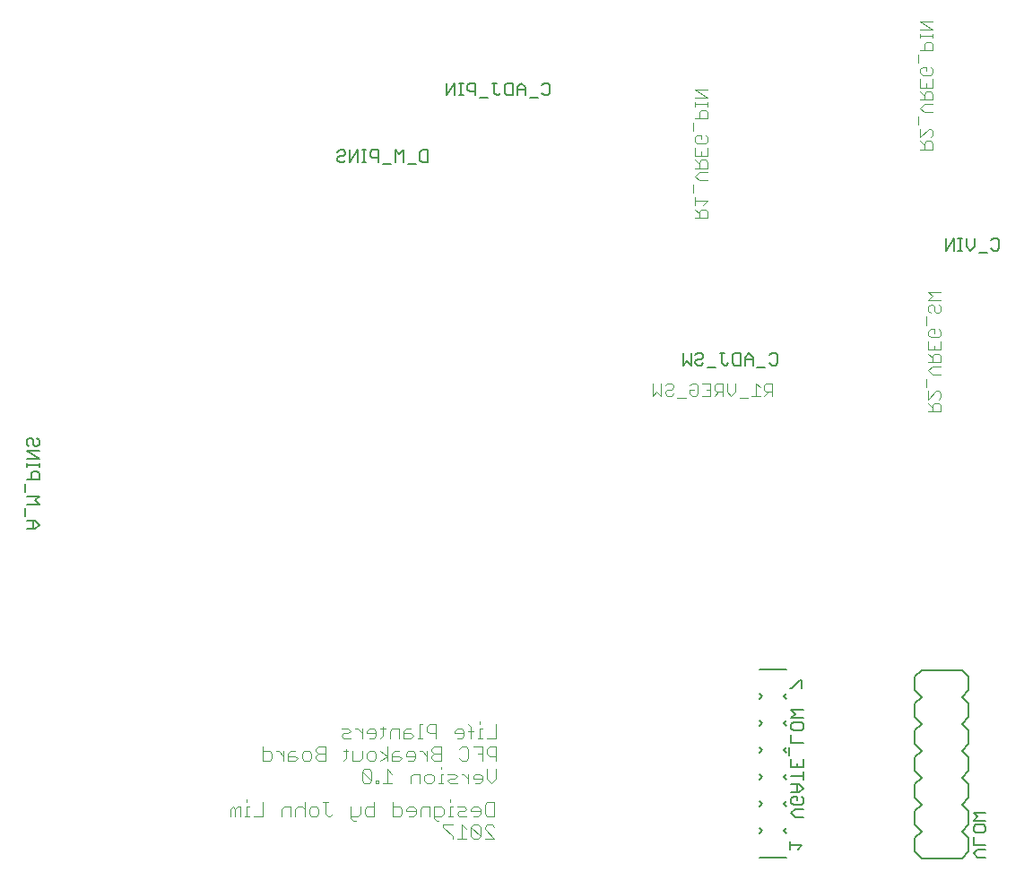
<source format=gbo>
G75*
%MOIN*%
%OFA0B0*%
%FSLAX25Y25*%
%IPPOS*%
%LPD*%
%AMOC8*
5,1,8,0,0,1.08239X$1,22.5*
%
%ADD10C,0.00400*%
%ADD11C,0.00500*%
%ADD12C,0.00600*%
D10*
X0119785Y0033554D02*
X0119785Y0036156D01*
X0120653Y0037023D01*
X0121520Y0036156D01*
X0121520Y0033554D01*
X0123255Y0033554D02*
X0123255Y0037023D01*
X0122387Y0037023D01*
X0121520Y0036156D01*
X0124958Y0033554D02*
X0126692Y0033554D01*
X0125825Y0033554D02*
X0125825Y0037023D01*
X0126692Y0037023D01*
X0125825Y0038758D02*
X0125825Y0039625D01*
X0131849Y0038758D02*
X0131849Y0033554D01*
X0128379Y0033554D01*
X0138692Y0033554D02*
X0138692Y0036156D01*
X0139559Y0037023D01*
X0142162Y0037023D01*
X0142162Y0033554D01*
X0143848Y0033554D02*
X0143848Y0036156D01*
X0144716Y0037023D01*
X0146451Y0037023D01*
X0147318Y0036156D01*
X0149005Y0036156D02*
X0149872Y0037023D01*
X0151607Y0037023D01*
X0152474Y0036156D01*
X0152474Y0034421D01*
X0151607Y0033554D01*
X0149872Y0033554D01*
X0149005Y0034421D01*
X0149005Y0036156D01*
X0147318Y0038758D02*
X0147318Y0033554D01*
X0155029Y0034421D02*
X0155029Y0038758D01*
X0155896Y0038758D02*
X0154161Y0038758D01*
X0155029Y0034421D02*
X0155896Y0033554D01*
X0156763Y0033554D01*
X0157631Y0034421D01*
X0164474Y0033554D02*
X0167076Y0033554D01*
X0167944Y0034421D01*
X0167944Y0037023D01*
X0169630Y0036156D02*
X0170498Y0037023D01*
X0173100Y0037023D01*
X0173100Y0038758D02*
X0173100Y0033554D01*
X0170498Y0033554D01*
X0169630Y0034421D01*
X0169630Y0036156D01*
X0164474Y0037023D02*
X0164474Y0032686D01*
X0165341Y0031819D01*
X0166209Y0031819D01*
X0179943Y0033554D02*
X0182545Y0033554D01*
X0183413Y0034421D01*
X0183413Y0036156D01*
X0182545Y0037023D01*
X0179943Y0037023D01*
X0179943Y0038758D02*
X0179943Y0033554D01*
X0185100Y0035288D02*
X0188569Y0035288D01*
X0188569Y0034421D02*
X0188569Y0036156D01*
X0187702Y0037023D01*
X0185967Y0037023D01*
X0185100Y0036156D01*
X0185100Y0035288D01*
X0185967Y0033554D02*
X0187702Y0033554D01*
X0188569Y0034421D01*
X0190256Y0033554D02*
X0190256Y0036156D01*
X0191123Y0037023D01*
X0193726Y0037023D01*
X0193726Y0033554D01*
X0195412Y0033554D02*
X0198015Y0033554D01*
X0198882Y0034421D01*
X0198882Y0036156D01*
X0198015Y0037023D01*
X0195412Y0037023D01*
X0195412Y0032686D01*
X0196280Y0031819D01*
X0197147Y0031819D01*
X0198850Y0030358D02*
X0198850Y0029491D01*
X0202320Y0026021D01*
X0202320Y0025154D01*
X0204006Y0025154D02*
X0207476Y0025154D01*
X0205741Y0025154D02*
X0205741Y0030358D01*
X0207476Y0028623D01*
X0209163Y0029491D02*
X0212632Y0026021D01*
X0211765Y0025154D01*
X0210030Y0025154D01*
X0209163Y0026021D01*
X0209163Y0029491D01*
X0210030Y0030358D01*
X0211765Y0030358D01*
X0212632Y0029491D01*
X0212632Y0026021D01*
X0214319Y0025154D02*
X0217789Y0025154D01*
X0214319Y0028623D01*
X0214319Y0029491D01*
X0215187Y0030358D01*
X0216921Y0030358D01*
X0217789Y0029491D01*
X0217789Y0033554D02*
X0215187Y0033554D01*
X0214319Y0034421D01*
X0214319Y0037891D01*
X0215187Y0038758D01*
X0217789Y0038758D01*
X0217789Y0033554D01*
X0212632Y0034421D02*
X0212632Y0036156D01*
X0211765Y0037023D01*
X0210030Y0037023D01*
X0209163Y0036156D01*
X0209163Y0035288D01*
X0212632Y0035288D01*
X0212632Y0034421D02*
X0211765Y0033554D01*
X0210030Y0033554D01*
X0207476Y0033554D02*
X0204874Y0033554D01*
X0204006Y0034421D01*
X0204874Y0035288D01*
X0206609Y0035288D01*
X0207476Y0036156D01*
X0206609Y0037023D01*
X0204006Y0037023D01*
X0202320Y0037023D02*
X0201452Y0037023D01*
X0201452Y0033554D01*
X0200585Y0033554D02*
X0202320Y0033554D01*
X0202320Y0030358D02*
X0198850Y0030358D01*
X0201452Y0038758D02*
X0201452Y0039625D01*
X0201297Y0045732D02*
X0200429Y0046600D01*
X0201297Y0047467D01*
X0203032Y0047467D01*
X0203899Y0048334D01*
X0203032Y0049202D01*
X0200429Y0049202D01*
X0198743Y0049202D02*
X0197875Y0049202D01*
X0197875Y0045732D01*
X0197008Y0045732D02*
X0198743Y0045732D01*
X0201297Y0045732D02*
X0203899Y0045732D01*
X0205594Y0049202D02*
X0206461Y0049202D01*
X0208196Y0047467D01*
X0209883Y0047467D02*
X0213352Y0047467D01*
X0213352Y0048334D02*
X0212485Y0049202D01*
X0210750Y0049202D01*
X0209883Y0048334D01*
X0209883Y0047467D01*
X0210750Y0045732D02*
X0212485Y0045732D01*
X0213352Y0046600D01*
X0213352Y0048334D01*
X0215039Y0047467D02*
X0215039Y0050937D01*
X0218509Y0050937D02*
X0218509Y0047467D01*
X0216774Y0045732D01*
X0215039Y0047467D01*
X0213352Y0054132D02*
X0213352Y0059337D01*
X0209883Y0059337D01*
X0208196Y0058469D02*
X0208196Y0055000D01*
X0207329Y0054132D01*
X0205594Y0054132D01*
X0204726Y0055000D01*
X0204726Y0058469D02*
X0205594Y0059337D01*
X0207329Y0059337D01*
X0208196Y0058469D01*
X0211618Y0056734D02*
X0213352Y0056734D01*
X0215039Y0056734D02*
X0215907Y0055867D01*
X0218509Y0055867D01*
X0218509Y0054132D02*
X0218509Y0059337D01*
X0215907Y0059337D01*
X0215039Y0058469D01*
X0215039Y0056734D01*
X0215039Y0062532D02*
X0218509Y0062532D01*
X0218509Y0067737D01*
X0213352Y0066002D02*
X0212485Y0066002D01*
X0212485Y0062532D01*
X0213352Y0062532D02*
X0211618Y0062532D01*
X0209047Y0062532D02*
X0209047Y0066869D01*
X0208180Y0067737D01*
X0208180Y0065134D02*
X0209915Y0065134D01*
X0206477Y0065134D02*
X0205610Y0066002D01*
X0203875Y0066002D01*
X0203008Y0065134D01*
X0203008Y0064267D01*
X0206477Y0064267D01*
X0206477Y0063400D02*
X0206477Y0065134D01*
X0206477Y0063400D02*
X0205610Y0062532D01*
X0203875Y0062532D01*
X0197883Y0059337D02*
X0195281Y0059337D01*
X0194414Y0058469D01*
X0194414Y0057602D01*
X0195281Y0056734D01*
X0197883Y0056734D01*
X0197883Y0054132D02*
X0195281Y0054132D01*
X0194414Y0055000D01*
X0194414Y0055867D01*
X0195281Y0056734D01*
X0192727Y0055867D02*
X0190992Y0057602D01*
X0190125Y0057602D01*
X0188430Y0056734D02*
X0188430Y0055000D01*
X0187562Y0054132D01*
X0185828Y0054132D01*
X0184960Y0055867D02*
X0188430Y0055867D01*
X0188430Y0056734D02*
X0187562Y0057602D01*
X0185828Y0057602D01*
X0184960Y0056734D01*
X0184960Y0055867D01*
X0183273Y0055000D02*
X0182406Y0055867D01*
X0179804Y0055867D01*
X0179804Y0056734D02*
X0179804Y0054132D01*
X0182406Y0054132D01*
X0183273Y0055000D01*
X0182406Y0057602D02*
X0180671Y0057602D01*
X0179804Y0056734D01*
X0178117Y0055867D02*
X0175515Y0054132D01*
X0173820Y0055000D02*
X0173820Y0056734D01*
X0172953Y0057602D01*
X0171218Y0057602D01*
X0170350Y0056734D01*
X0170350Y0055000D01*
X0171218Y0054132D01*
X0172953Y0054132D01*
X0173820Y0055000D01*
X0175515Y0057602D02*
X0178117Y0055867D01*
X0178117Y0054132D02*
X0178117Y0059337D01*
X0178944Y0062532D02*
X0178944Y0065134D01*
X0179812Y0066002D01*
X0182414Y0066002D01*
X0182414Y0062532D01*
X0184101Y0062532D02*
X0186703Y0062532D01*
X0187570Y0063400D01*
X0186703Y0064267D01*
X0184101Y0064267D01*
X0184101Y0065134D02*
X0184101Y0062532D01*
X0184101Y0065134D02*
X0184968Y0066002D01*
X0186703Y0066002D01*
X0190141Y0067737D02*
X0190141Y0062532D01*
X0191008Y0062532D02*
X0189273Y0062532D01*
X0192695Y0065134D02*
X0193562Y0064267D01*
X0196164Y0064267D01*
X0196164Y0062532D02*
X0196164Y0067737D01*
X0193562Y0067737D01*
X0192695Y0066869D01*
X0192695Y0065134D01*
X0191008Y0067737D02*
X0190141Y0067737D01*
X0197883Y0059337D02*
X0197883Y0054132D01*
X0197875Y0051804D02*
X0197875Y0050937D01*
X0195305Y0048334D02*
X0195305Y0046600D01*
X0194438Y0045732D01*
X0192703Y0045732D01*
X0191835Y0046600D01*
X0191835Y0048334D01*
X0192703Y0049202D01*
X0194438Y0049202D01*
X0195305Y0048334D01*
X0190149Y0049202D02*
X0187546Y0049202D01*
X0186679Y0048334D01*
X0186679Y0045732D01*
X0190149Y0045732D02*
X0190149Y0049202D01*
X0192727Y0054132D02*
X0192727Y0057602D01*
X0179836Y0049202D02*
X0178101Y0050937D01*
X0178101Y0045732D01*
X0179836Y0045732D02*
X0176366Y0045732D01*
X0174679Y0045732D02*
X0173812Y0045732D01*
X0173812Y0046600D01*
X0174679Y0046600D01*
X0174679Y0045732D01*
X0172101Y0046600D02*
X0168632Y0050069D01*
X0168632Y0046600D01*
X0169499Y0045732D01*
X0171234Y0045732D01*
X0172101Y0046600D01*
X0172101Y0050069D01*
X0171234Y0050937D01*
X0169499Y0050937D01*
X0168632Y0050069D01*
X0167796Y0054132D02*
X0165194Y0054132D01*
X0165194Y0057602D01*
X0163507Y0057602D02*
X0161772Y0057602D01*
X0162640Y0058469D02*
X0162640Y0055000D01*
X0161772Y0054132D01*
X0167796Y0054132D02*
X0168664Y0055000D01*
X0168664Y0057602D01*
X0168664Y0062532D02*
X0168664Y0066002D01*
X0168664Y0064267D02*
X0166929Y0066002D01*
X0166061Y0066002D01*
X0164367Y0065134D02*
X0163499Y0066002D01*
X0160897Y0066002D01*
X0161764Y0064267D02*
X0163499Y0064267D01*
X0164367Y0065134D01*
X0164367Y0062532D02*
X0161764Y0062532D01*
X0160897Y0063400D01*
X0161764Y0064267D01*
X0154913Y0059337D02*
X0152311Y0059337D01*
X0151444Y0058469D01*
X0151444Y0057602D01*
X0152311Y0056734D01*
X0154913Y0056734D01*
X0154913Y0054132D02*
X0152311Y0054132D01*
X0151444Y0055000D01*
X0151444Y0055867D01*
X0152311Y0056734D01*
X0149757Y0056734D02*
X0149757Y0055000D01*
X0148889Y0054132D01*
X0147155Y0054132D01*
X0146287Y0055000D01*
X0146287Y0056734D01*
X0147155Y0057602D01*
X0148889Y0057602D01*
X0149757Y0056734D01*
X0144600Y0055000D02*
X0143733Y0055867D01*
X0141131Y0055867D01*
X0141131Y0056734D02*
X0141131Y0054132D01*
X0143733Y0054132D01*
X0144600Y0055000D01*
X0143733Y0057602D02*
X0141998Y0057602D01*
X0141131Y0056734D01*
X0139444Y0055867D02*
X0137709Y0057602D01*
X0136842Y0057602D01*
X0135147Y0056734D02*
X0134280Y0057602D01*
X0131677Y0057602D01*
X0131677Y0059337D02*
X0131677Y0054132D01*
X0134280Y0054132D01*
X0135147Y0055000D01*
X0135147Y0056734D01*
X0139444Y0057602D02*
X0139444Y0054132D01*
X0154913Y0054132D02*
X0154913Y0059337D01*
X0170350Y0064267D02*
X0173820Y0064267D01*
X0173820Y0065134D02*
X0172953Y0066002D01*
X0171218Y0066002D01*
X0170350Y0065134D01*
X0170350Y0064267D01*
X0171218Y0062532D02*
X0172953Y0062532D01*
X0173820Y0063400D01*
X0173820Y0065134D01*
X0175523Y0066002D02*
X0177258Y0066002D01*
X0176390Y0066869D02*
X0176390Y0063400D01*
X0175523Y0062532D01*
X0208196Y0049202D02*
X0208196Y0045732D01*
X0212485Y0067737D02*
X0212485Y0068604D01*
X0379129Y0183953D02*
X0383733Y0183953D01*
X0383733Y0186255D01*
X0382966Y0187022D01*
X0381431Y0187022D01*
X0380664Y0186255D01*
X0380664Y0183953D01*
X0380664Y0185487D02*
X0379129Y0187022D01*
X0379129Y0188557D02*
X0382198Y0191626D01*
X0382966Y0191626D01*
X0383733Y0190859D01*
X0383733Y0189324D01*
X0382966Y0188557D01*
X0379129Y0188557D02*
X0379129Y0191626D01*
X0378362Y0193161D02*
X0378362Y0196230D01*
X0380664Y0197765D02*
X0379129Y0199299D01*
X0380664Y0200834D01*
X0383733Y0200834D01*
X0383733Y0202368D02*
X0379129Y0202368D01*
X0380664Y0202368D02*
X0380664Y0204670D01*
X0381431Y0205438D01*
X0382966Y0205438D01*
X0383733Y0204670D01*
X0383733Y0202368D01*
X0380664Y0203903D02*
X0379129Y0205438D01*
X0379129Y0206972D02*
X0379129Y0210042D01*
X0379896Y0211576D02*
X0379129Y0212344D01*
X0379129Y0213878D01*
X0379896Y0214646D01*
X0381431Y0214646D01*
X0381431Y0213111D01*
X0382966Y0214646D02*
X0383733Y0213878D01*
X0383733Y0212344D01*
X0382966Y0211576D01*
X0379896Y0211576D01*
X0381431Y0208507D02*
X0381431Y0206972D01*
X0383733Y0206972D02*
X0379129Y0206972D01*
X0383733Y0206972D02*
X0383733Y0210042D01*
X0378362Y0216180D02*
X0378362Y0219250D01*
X0379896Y0220784D02*
X0379129Y0221551D01*
X0379129Y0223086D01*
X0379896Y0223853D01*
X0380664Y0223853D01*
X0381431Y0223086D01*
X0381431Y0221551D01*
X0382198Y0220784D01*
X0382966Y0220784D01*
X0383733Y0221551D01*
X0383733Y0223086D01*
X0382966Y0223853D01*
X0383733Y0225388D02*
X0379129Y0225388D01*
X0380664Y0226923D01*
X0379129Y0228457D01*
X0383733Y0228457D01*
X0383733Y0197765D02*
X0380664Y0197765D01*
X0321155Y0194502D02*
X0321155Y0189898D01*
X0321155Y0191432D02*
X0318853Y0191432D01*
X0318086Y0192200D01*
X0318086Y0193734D01*
X0318853Y0194502D01*
X0321155Y0194502D01*
X0319620Y0191432D02*
X0318086Y0189898D01*
X0316551Y0189898D02*
X0313482Y0189898D01*
X0315016Y0189898D02*
X0315016Y0194502D01*
X0316551Y0192967D01*
X0311947Y0189130D02*
X0308878Y0189130D01*
X0307343Y0191432D02*
X0305809Y0189898D01*
X0304274Y0191432D01*
X0304274Y0194502D01*
X0302739Y0194502D02*
X0300437Y0194502D01*
X0299670Y0193734D01*
X0299670Y0192200D01*
X0300437Y0191432D01*
X0302739Y0191432D01*
X0301205Y0191432D02*
X0299670Y0189898D01*
X0298135Y0189898D02*
X0298135Y0194502D01*
X0295066Y0194502D01*
X0293531Y0193734D02*
X0293531Y0190665D01*
X0292764Y0189898D01*
X0291229Y0189898D01*
X0290462Y0190665D01*
X0290462Y0192200D01*
X0291997Y0192200D01*
X0293531Y0193734D02*
X0292764Y0194502D01*
X0291229Y0194502D01*
X0290462Y0193734D01*
X0288928Y0189130D02*
X0285858Y0189130D01*
X0284324Y0190665D02*
X0283556Y0189898D01*
X0282022Y0189898D01*
X0281254Y0190665D01*
X0281254Y0191432D01*
X0282022Y0192200D01*
X0283556Y0192200D01*
X0284324Y0192967D01*
X0284324Y0193734D01*
X0283556Y0194502D01*
X0282022Y0194502D01*
X0281254Y0193734D01*
X0279720Y0194502D02*
X0279720Y0189898D01*
X0278185Y0191432D01*
X0276650Y0189898D01*
X0276650Y0194502D01*
X0295066Y0189898D02*
X0298135Y0189898D01*
X0298135Y0192200D02*
X0296601Y0192200D01*
X0302739Y0189898D02*
X0302739Y0194502D01*
X0307343Y0194502D02*
X0307343Y0191432D01*
X0296986Y0256104D02*
X0292382Y0256104D01*
X0293916Y0256104D02*
X0293916Y0258406D01*
X0294684Y0259173D01*
X0296218Y0259173D01*
X0296986Y0258406D01*
X0296986Y0256104D01*
X0293916Y0257639D02*
X0292382Y0259173D01*
X0292382Y0260708D02*
X0292382Y0263777D01*
X0292382Y0262243D02*
X0296986Y0262243D01*
X0295451Y0260708D01*
X0291614Y0265312D02*
X0291614Y0268381D01*
X0293916Y0269916D02*
X0292382Y0271450D01*
X0293916Y0272985D01*
X0296986Y0272985D01*
X0296986Y0274520D02*
X0296986Y0276822D01*
X0296218Y0277589D01*
X0294684Y0277589D01*
X0293916Y0276822D01*
X0293916Y0274520D01*
X0292382Y0274520D02*
X0296986Y0274520D01*
X0293916Y0276054D02*
X0292382Y0277589D01*
X0292382Y0279124D02*
X0292382Y0282193D01*
X0293149Y0283728D02*
X0292382Y0284495D01*
X0292382Y0286029D01*
X0293149Y0286797D01*
X0294684Y0286797D01*
X0294684Y0285262D01*
X0296218Y0283728D02*
X0293149Y0283728D01*
X0296218Y0283728D02*
X0296986Y0284495D01*
X0296986Y0286029D01*
X0296218Y0286797D01*
X0291614Y0288331D02*
X0291614Y0291401D01*
X0292382Y0292935D02*
X0296986Y0292935D01*
X0296986Y0295237D01*
X0296218Y0296005D01*
X0294684Y0296005D01*
X0293916Y0295237D01*
X0293916Y0292935D01*
X0292382Y0297539D02*
X0292382Y0299074D01*
X0292382Y0298307D02*
X0296986Y0298307D01*
X0296986Y0299074D02*
X0296986Y0297539D01*
X0296986Y0300609D02*
X0292382Y0300609D01*
X0292382Y0303678D02*
X0296986Y0303678D01*
X0296986Y0300609D02*
X0292382Y0303678D01*
X0296986Y0282193D02*
X0296986Y0279124D01*
X0292382Y0279124D01*
X0294684Y0279124D02*
X0294684Y0280658D01*
X0293916Y0269916D02*
X0296986Y0269916D01*
X0376201Y0281512D02*
X0380805Y0281512D01*
X0380805Y0283814D01*
X0380037Y0284581D01*
X0378503Y0284581D01*
X0377735Y0283814D01*
X0377735Y0281512D01*
X0377735Y0283046D02*
X0376201Y0284581D01*
X0376201Y0286116D02*
X0379270Y0289185D01*
X0380037Y0289185D01*
X0380805Y0288418D01*
X0380805Y0286883D01*
X0380037Y0286116D01*
X0376201Y0286116D02*
X0376201Y0289185D01*
X0375433Y0290720D02*
X0375433Y0293789D01*
X0377735Y0295324D02*
X0376201Y0296858D01*
X0377735Y0298393D01*
X0380805Y0298393D01*
X0380805Y0299928D02*
X0376201Y0299928D01*
X0377735Y0299928D02*
X0377735Y0302229D01*
X0378503Y0302997D01*
X0380037Y0302997D01*
X0380805Y0302229D01*
X0380805Y0299928D01*
X0377735Y0301462D02*
X0376201Y0302997D01*
X0376201Y0304531D02*
X0376201Y0307601D01*
X0376968Y0309135D02*
X0376201Y0309903D01*
X0376201Y0311437D01*
X0376968Y0312205D01*
X0378503Y0312205D01*
X0378503Y0310670D01*
X0380037Y0309135D02*
X0376968Y0309135D01*
X0380037Y0309135D02*
X0380805Y0309903D01*
X0380805Y0311437D01*
X0380037Y0312205D01*
X0380805Y0307601D02*
X0380805Y0304531D01*
X0376201Y0304531D01*
X0378503Y0304531D02*
X0378503Y0306066D01*
X0375433Y0313739D02*
X0375433Y0316809D01*
X0376201Y0318343D02*
X0380805Y0318343D01*
X0380805Y0320645D01*
X0380037Y0321412D01*
X0378503Y0321412D01*
X0377735Y0320645D01*
X0377735Y0318343D01*
X0376201Y0322947D02*
X0376201Y0324482D01*
X0376201Y0323714D02*
X0380805Y0323714D01*
X0380805Y0322947D02*
X0380805Y0324482D01*
X0380805Y0326016D02*
X0376201Y0329086D01*
X0380805Y0329086D01*
X0380805Y0326016D02*
X0376201Y0326016D01*
X0377735Y0295324D02*
X0380805Y0295324D01*
D11*
X0385600Y0248320D02*
X0385600Y0243816D01*
X0388603Y0248320D01*
X0388603Y0243816D01*
X0390171Y0243816D02*
X0391672Y0243816D01*
X0390921Y0243816D02*
X0390921Y0248320D01*
X0390171Y0248320D02*
X0391672Y0248320D01*
X0393273Y0248320D02*
X0393273Y0245317D01*
X0394775Y0243816D01*
X0396276Y0245317D01*
X0396276Y0248320D01*
X0402481Y0247569D02*
X0403232Y0248320D01*
X0404733Y0248320D01*
X0405484Y0247569D01*
X0405484Y0244566D01*
X0404733Y0243816D01*
X0403232Y0243816D01*
X0402481Y0244566D01*
X0400880Y0243065D02*
X0397877Y0243065D01*
X0323133Y0204951D02*
X0323133Y0201948D01*
X0322382Y0201198D01*
X0320881Y0201198D01*
X0320130Y0201948D01*
X0318529Y0200447D02*
X0315526Y0200447D01*
X0313925Y0201198D02*
X0313925Y0204200D01*
X0312423Y0205701D01*
X0310922Y0204200D01*
X0310922Y0201198D01*
X0309321Y0201198D02*
X0307069Y0201198D01*
X0306318Y0201948D01*
X0306318Y0204951D01*
X0307069Y0205701D01*
X0309321Y0205701D01*
X0309321Y0201198D01*
X0310922Y0203450D02*
X0313925Y0203450D01*
X0304717Y0201948D02*
X0303966Y0201198D01*
X0303216Y0201198D01*
X0302465Y0201948D01*
X0302465Y0205701D01*
X0303216Y0205701D02*
X0301714Y0205701D01*
X0295509Y0204951D02*
X0295509Y0204200D01*
X0294758Y0203450D01*
X0293257Y0203450D01*
X0292506Y0202699D01*
X0292506Y0201948D01*
X0293257Y0201198D01*
X0294758Y0201198D01*
X0295509Y0201948D01*
X0297110Y0200447D02*
X0300113Y0200447D01*
X0295509Y0204951D02*
X0294758Y0205701D01*
X0293257Y0205701D01*
X0292506Y0204951D01*
X0290905Y0205701D02*
X0290905Y0201198D01*
X0289404Y0202699D01*
X0287903Y0201198D01*
X0287903Y0205701D01*
X0320130Y0204951D02*
X0320881Y0205701D01*
X0322382Y0205701D01*
X0323133Y0204951D01*
X0193196Y0276734D02*
X0190944Y0276734D01*
X0190194Y0277485D01*
X0190194Y0280487D01*
X0190944Y0281238D01*
X0193196Y0281238D01*
X0193196Y0276734D01*
X0188592Y0275984D02*
X0185590Y0275984D01*
X0183988Y0276734D02*
X0183988Y0281238D01*
X0182487Y0279737D01*
X0180986Y0281238D01*
X0180986Y0276734D01*
X0179385Y0275984D02*
X0176382Y0275984D01*
X0174781Y0276734D02*
X0174781Y0281238D01*
X0172529Y0281238D01*
X0171778Y0280487D01*
X0171778Y0278986D01*
X0172529Y0278236D01*
X0174781Y0278236D01*
X0170177Y0276734D02*
X0168675Y0276734D01*
X0169426Y0276734D02*
X0169426Y0281238D01*
X0170177Y0281238D02*
X0168675Y0281238D01*
X0167107Y0281238D02*
X0164105Y0276734D01*
X0164105Y0281238D01*
X0162503Y0280487D02*
X0162503Y0279737D01*
X0161753Y0278986D01*
X0160252Y0278986D01*
X0159501Y0278236D01*
X0159501Y0277485D01*
X0160252Y0276734D01*
X0161753Y0276734D01*
X0162503Y0277485D01*
X0162503Y0280487D02*
X0161753Y0281238D01*
X0160252Y0281238D01*
X0159501Y0280487D01*
X0167107Y0281238D02*
X0167107Y0276734D01*
X0200188Y0301591D02*
X0200188Y0306095D01*
X0203190Y0306095D02*
X0200188Y0301591D01*
X0203190Y0301591D02*
X0203190Y0306095D01*
X0204758Y0306095D02*
X0206259Y0306095D01*
X0205509Y0306095D02*
X0205509Y0301591D01*
X0206259Y0301591D02*
X0204758Y0301591D01*
X0207861Y0303843D02*
X0208611Y0303093D01*
X0210863Y0303093D01*
X0210863Y0301591D02*
X0210863Y0306095D01*
X0208611Y0306095D01*
X0207861Y0305345D01*
X0207861Y0303843D01*
X0212465Y0300841D02*
X0215467Y0300841D01*
X0217819Y0302342D02*
X0217819Y0306095D01*
X0217069Y0306095D02*
X0218570Y0306095D01*
X0221673Y0305345D02*
X0221673Y0302342D01*
X0222423Y0301591D01*
X0224675Y0301591D01*
X0224675Y0306095D01*
X0222423Y0306095D01*
X0221673Y0305345D01*
X0220071Y0302342D02*
X0219321Y0301591D01*
X0218570Y0301591D01*
X0217819Y0302342D01*
X0226276Y0301591D02*
X0226276Y0304594D01*
X0227778Y0306095D01*
X0229279Y0304594D01*
X0229279Y0301591D01*
X0230880Y0300841D02*
X0233883Y0300841D01*
X0235484Y0302342D02*
X0236235Y0301591D01*
X0237736Y0301591D01*
X0238487Y0302342D01*
X0238487Y0305345D01*
X0237736Y0306095D01*
X0236235Y0306095D01*
X0235484Y0305345D01*
X0229279Y0303843D02*
X0226276Y0303843D01*
X0048614Y0173270D02*
X0048614Y0171768D01*
X0047863Y0171018D01*
X0047112Y0171018D01*
X0046362Y0171768D01*
X0046362Y0173270D01*
X0045611Y0174020D01*
X0044860Y0174020D01*
X0044110Y0173270D01*
X0044110Y0171768D01*
X0044860Y0171018D01*
X0044110Y0169416D02*
X0048614Y0169416D01*
X0048614Y0166414D02*
X0044110Y0166414D01*
X0044110Y0164846D02*
X0044110Y0163344D01*
X0044110Y0164095D02*
X0048614Y0164095D01*
X0048614Y0163344D02*
X0048614Y0164846D01*
X0048614Y0166414D02*
X0044110Y0169416D01*
X0048614Y0173270D02*
X0047863Y0174020D01*
X0047863Y0161743D02*
X0046362Y0161743D01*
X0045611Y0160992D01*
X0045611Y0158741D01*
X0044110Y0158741D02*
X0048614Y0158741D01*
X0048614Y0160992D01*
X0047863Y0161743D01*
X0043359Y0157139D02*
X0043359Y0154137D01*
X0044110Y0152535D02*
X0048614Y0152535D01*
X0047112Y0151034D01*
X0048614Y0149533D01*
X0044110Y0149533D01*
X0043359Y0147931D02*
X0043359Y0144929D01*
X0044110Y0143327D02*
X0047112Y0143327D01*
X0048614Y0141826D01*
X0047112Y0140325D01*
X0044110Y0140325D01*
X0046362Y0140325D02*
X0046362Y0143327D01*
X0327664Y0081156D02*
X0328415Y0081156D01*
X0331417Y0084159D01*
X0332168Y0084159D01*
X0332168Y0081156D01*
X0332668Y0072990D02*
X0328164Y0072990D01*
X0329665Y0071489D01*
X0328164Y0069988D01*
X0332668Y0069988D01*
X0331917Y0068386D02*
X0328915Y0068386D01*
X0328164Y0067636D01*
X0328164Y0066134D01*
X0328915Y0065384D01*
X0331917Y0065384D01*
X0332668Y0066134D01*
X0332668Y0067636D01*
X0331917Y0068386D01*
X0328164Y0063782D02*
X0328164Y0060780D01*
X0332668Y0060780D01*
X0327413Y0059178D02*
X0327413Y0056176D01*
X0328164Y0054575D02*
X0328164Y0051572D01*
X0332668Y0051572D01*
X0332668Y0054575D01*
X0330416Y0053073D02*
X0330416Y0051572D01*
X0332668Y0049971D02*
X0332668Y0046968D01*
X0332668Y0048469D02*
X0328164Y0048469D01*
X0328164Y0045367D02*
X0331167Y0045367D01*
X0332668Y0043865D01*
X0331167Y0042364D01*
X0328164Y0042364D01*
X0328915Y0040763D02*
X0330416Y0040763D01*
X0330416Y0039262D01*
X0331917Y0040763D02*
X0332668Y0040012D01*
X0332668Y0038511D01*
X0331917Y0037760D01*
X0328915Y0037760D01*
X0328164Y0038511D01*
X0328164Y0040012D01*
X0328915Y0040763D01*
X0330416Y0042364D02*
X0330416Y0045367D01*
X0329665Y0036159D02*
X0332668Y0036159D01*
X0329665Y0036159D02*
X0328164Y0034658D01*
X0329665Y0033156D01*
X0332668Y0033156D01*
X0327664Y0024159D02*
X0327664Y0021156D01*
X0327664Y0022658D02*
X0332168Y0022658D01*
X0330667Y0021156D01*
X0395881Y0022681D02*
X0395881Y0025684D01*
X0396631Y0027285D02*
X0395881Y0028036D01*
X0395881Y0029537D01*
X0396631Y0030288D01*
X0399634Y0030288D01*
X0400384Y0029537D01*
X0400384Y0028036D01*
X0399634Y0027285D01*
X0396631Y0027285D01*
X0395881Y0022681D02*
X0400384Y0022681D01*
X0400384Y0021080D02*
X0397382Y0021080D01*
X0395881Y0019579D01*
X0397382Y0018078D01*
X0400384Y0018078D01*
X0400384Y0031889D02*
X0395881Y0031889D01*
X0397382Y0033391D01*
X0395881Y0034892D01*
X0400384Y0034892D01*
D12*
X0394131Y0035328D02*
X0394131Y0030328D01*
X0391631Y0027828D01*
X0394131Y0025328D01*
X0394131Y0020328D01*
X0391631Y0017828D01*
X0376631Y0017828D01*
X0374131Y0020328D01*
X0374131Y0025328D01*
X0376631Y0027828D01*
X0374131Y0030328D01*
X0374131Y0035328D01*
X0376631Y0037828D01*
X0374131Y0040328D01*
X0374131Y0045328D01*
X0376631Y0047828D01*
X0374131Y0050328D01*
X0374131Y0055328D01*
X0376631Y0057828D01*
X0374131Y0060328D01*
X0374131Y0065328D01*
X0376631Y0067828D01*
X0374131Y0070328D01*
X0374131Y0075328D01*
X0376631Y0077828D01*
X0374131Y0080328D01*
X0374131Y0085328D01*
X0376631Y0087828D01*
X0391631Y0087828D01*
X0394131Y0085328D01*
X0394131Y0080328D01*
X0391631Y0077828D01*
X0394131Y0075328D01*
X0394131Y0070328D01*
X0391631Y0067828D01*
X0394131Y0065328D01*
X0394131Y0060328D01*
X0391631Y0057828D01*
X0394131Y0055328D01*
X0394131Y0050328D01*
X0391631Y0047828D01*
X0394131Y0045328D01*
X0394131Y0040328D01*
X0391631Y0037828D01*
X0394131Y0035328D01*
X0326414Y0036906D02*
X0325414Y0037906D01*
X0326414Y0038906D01*
X0326414Y0046906D02*
X0325414Y0047906D01*
X0326414Y0048906D01*
X0326414Y0056906D02*
X0325414Y0057906D01*
X0326414Y0058906D01*
X0317414Y0057906D02*
X0316414Y0058906D01*
X0317414Y0057906D02*
X0316414Y0056906D01*
X0316414Y0048906D02*
X0317414Y0047906D01*
X0316414Y0046906D01*
X0316414Y0038906D02*
X0317414Y0037906D01*
X0316414Y0036906D01*
X0316414Y0028906D02*
X0317414Y0027906D01*
X0316414Y0026906D01*
X0316414Y0017906D02*
X0326414Y0017906D01*
X0326414Y0026906D02*
X0325414Y0027906D01*
X0326414Y0028906D01*
X0326414Y0066906D02*
X0325414Y0067906D01*
X0326414Y0068906D01*
X0317414Y0067906D02*
X0316414Y0068906D01*
X0317414Y0067906D02*
X0316414Y0066906D01*
X0316414Y0076906D02*
X0317414Y0077906D01*
X0316414Y0078906D01*
X0325414Y0077906D02*
X0326414Y0076906D01*
X0325414Y0077906D02*
X0326414Y0078906D01*
X0326414Y0087906D02*
X0316414Y0087906D01*
M02*

</source>
